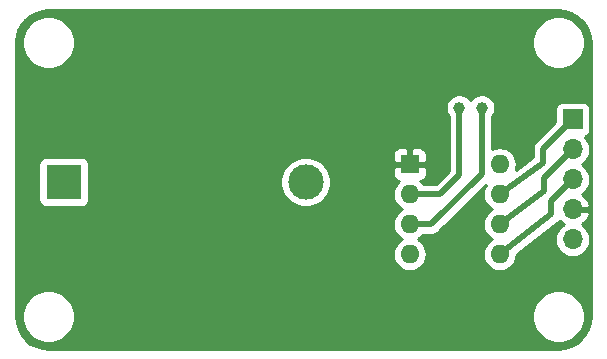
<source format=gbr>
G04 #@! TF.GenerationSoftware,KiCad,Pcbnew,(5.1.2)-2*
G04 #@! TF.CreationDate,2019-09-23T01:23:54-05:00*
G04 #@! TF.ProjectId,rtc,7274632e-6b69-4636-9164-5f7063625858,rev?*
G04 #@! TF.SameCoordinates,Original*
G04 #@! TF.FileFunction,Copper,L1,Top*
G04 #@! TF.FilePolarity,Positive*
%FSLAX46Y46*%
G04 Gerber Fmt 4.6, Leading zero omitted, Abs format (unit mm)*
G04 Created by KiCad (PCBNEW (5.1.2)-2) date 2019-09-23 01:23:54*
%MOMM*%
%LPD*%
G04 APERTURE LIST*
%ADD10R,1.600000X1.600000*%
%ADD11O,1.600000X1.600000*%
%ADD12R,1.700000X1.700000*%
%ADD13O,1.700000X1.700000*%
%ADD14C,1.000000*%
%ADD15R,3.000000X3.000000*%
%ADD16C,3.000000*%
%ADD17C,0.508000*%
%ADD18C,0.254000*%
G04 APERTURE END LIST*
D10*
X60000000Y-44700000D03*
D11*
X67620000Y-52320000D03*
X60000000Y-47240000D03*
X67620000Y-49780000D03*
X60000000Y-49780000D03*
X67620000Y-47240000D03*
X60000000Y-52320000D03*
X67620000Y-44700000D03*
D12*
X73800000Y-40900000D03*
D13*
X73800000Y-43440000D03*
X73800000Y-45980000D03*
X73800000Y-48520000D03*
X73800000Y-51060000D03*
D14*
X64200000Y-39900000D03*
X66100000Y-39900000D03*
D15*
X30700000Y-46200000D03*
D16*
X51190000Y-46200000D03*
D17*
X71300000Y-43400000D02*
X73800000Y-40900000D01*
X67620000Y-47240000D02*
X71300000Y-44560000D01*
X71300000Y-44560000D02*
X71300000Y-43400000D01*
X72950001Y-44289999D02*
X73800000Y-43440000D01*
X71400000Y-45840000D02*
X72950001Y-44289999D01*
X67620000Y-49780000D02*
X71400000Y-47000000D01*
X71400000Y-47000000D02*
X71400000Y-45840000D01*
X72950001Y-46829999D02*
X73800000Y-45980000D01*
X72000000Y-47780000D02*
X72950001Y-46829999D01*
X67620000Y-52320000D02*
X72000000Y-48940000D01*
X72000000Y-48940000D02*
X72000000Y-47780000D01*
X62560000Y-47240000D02*
X60000000Y-47240000D01*
X64200000Y-39900000D02*
X64200000Y-45600000D01*
X64200000Y-45600000D02*
X62560000Y-47240000D01*
X61820000Y-49780000D02*
X60000000Y-49780000D01*
X66100000Y-39900000D02*
X66100000Y-45500000D01*
X66100000Y-45500000D02*
X61820000Y-49780000D01*
D18*
G36*
X73131586Y-31715287D02*
G01*
X73642927Y-31869670D01*
X74114540Y-32120431D01*
X74528467Y-32458022D01*
X74868940Y-32869583D01*
X75122987Y-33339433D01*
X75280937Y-33849688D01*
X75340001Y-34411647D01*
X75340000Y-57567722D01*
X75284713Y-58131586D01*
X75130330Y-58642927D01*
X74879569Y-59114540D01*
X74541976Y-59528470D01*
X74130418Y-59868940D01*
X73660567Y-60122987D01*
X73150314Y-60280937D01*
X72588362Y-60340000D01*
X29432278Y-60340000D01*
X28868414Y-60284713D01*
X28357073Y-60130330D01*
X27885460Y-59879569D01*
X27471530Y-59541976D01*
X27131060Y-59130418D01*
X26877013Y-58660567D01*
X26719063Y-58150314D01*
X26660000Y-57588362D01*
X26660000Y-57379872D01*
X27165000Y-57379872D01*
X27165000Y-57820128D01*
X27250890Y-58251925D01*
X27419369Y-58658669D01*
X27663962Y-59024729D01*
X27975271Y-59336038D01*
X28341331Y-59580631D01*
X28748075Y-59749110D01*
X29179872Y-59835000D01*
X29620128Y-59835000D01*
X30051925Y-59749110D01*
X30458669Y-59580631D01*
X30824729Y-59336038D01*
X31136038Y-59024729D01*
X31380631Y-58658669D01*
X31549110Y-58251925D01*
X31635000Y-57820128D01*
X31635000Y-57379872D01*
X70365000Y-57379872D01*
X70365000Y-57820128D01*
X70450890Y-58251925D01*
X70619369Y-58658669D01*
X70863962Y-59024729D01*
X71175271Y-59336038D01*
X71541331Y-59580631D01*
X71948075Y-59749110D01*
X72379872Y-59835000D01*
X72820128Y-59835000D01*
X73251925Y-59749110D01*
X73658669Y-59580631D01*
X74024729Y-59336038D01*
X74336038Y-59024729D01*
X74580631Y-58658669D01*
X74749110Y-58251925D01*
X74835000Y-57820128D01*
X74835000Y-57379872D01*
X74749110Y-56948075D01*
X74580631Y-56541331D01*
X74336038Y-56175271D01*
X74024729Y-55863962D01*
X73658669Y-55619369D01*
X73251925Y-55450890D01*
X72820128Y-55365000D01*
X72379872Y-55365000D01*
X71948075Y-55450890D01*
X71541331Y-55619369D01*
X71175271Y-55863962D01*
X70863962Y-56175271D01*
X70619369Y-56541331D01*
X70450890Y-56948075D01*
X70365000Y-57379872D01*
X31635000Y-57379872D01*
X31549110Y-56948075D01*
X31380631Y-56541331D01*
X31136038Y-56175271D01*
X30824729Y-55863962D01*
X30458669Y-55619369D01*
X30051925Y-55450890D01*
X29620128Y-55365000D01*
X29179872Y-55365000D01*
X28748075Y-55450890D01*
X28341331Y-55619369D01*
X27975271Y-55863962D01*
X27663962Y-56175271D01*
X27419369Y-56541331D01*
X27250890Y-56948075D01*
X27165000Y-57379872D01*
X26660000Y-57379872D01*
X26660000Y-44700000D01*
X28561928Y-44700000D01*
X28561928Y-47700000D01*
X28574188Y-47824482D01*
X28610498Y-47944180D01*
X28669463Y-48054494D01*
X28748815Y-48151185D01*
X28845506Y-48230537D01*
X28955820Y-48289502D01*
X29075518Y-48325812D01*
X29200000Y-48338072D01*
X32200000Y-48338072D01*
X32324482Y-48325812D01*
X32444180Y-48289502D01*
X32554494Y-48230537D01*
X32651185Y-48151185D01*
X32730537Y-48054494D01*
X32789502Y-47944180D01*
X32825812Y-47824482D01*
X32838072Y-47700000D01*
X32838072Y-45989721D01*
X49055000Y-45989721D01*
X49055000Y-46410279D01*
X49137047Y-46822756D01*
X49297988Y-47211302D01*
X49531637Y-47560983D01*
X49829017Y-47858363D01*
X50178698Y-48092012D01*
X50567244Y-48252953D01*
X50979721Y-48335000D01*
X51400279Y-48335000D01*
X51812756Y-48252953D01*
X52201302Y-48092012D01*
X52550983Y-47858363D01*
X52848363Y-47560983D01*
X53062836Y-47240000D01*
X58558057Y-47240000D01*
X58585764Y-47521309D01*
X58667818Y-47791808D01*
X58801068Y-48041101D01*
X58980392Y-48259608D01*
X59198899Y-48438932D01*
X59331858Y-48510000D01*
X59198899Y-48581068D01*
X58980392Y-48760392D01*
X58801068Y-48978899D01*
X58667818Y-49228192D01*
X58585764Y-49498691D01*
X58558057Y-49780000D01*
X58585764Y-50061309D01*
X58667818Y-50331808D01*
X58801068Y-50581101D01*
X58980392Y-50799608D01*
X59198899Y-50978932D01*
X59331858Y-51050000D01*
X59198899Y-51121068D01*
X58980392Y-51300392D01*
X58801068Y-51518899D01*
X58667818Y-51768192D01*
X58585764Y-52038691D01*
X58558057Y-52320000D01*
X58585764Y-52601309D01*
X58667818Y-52871808D01*
X58801068Y-53121101D01*
X58980392Y-53339608D01*
X59198899Y-53518932D01*
X59448192Y-53652182D01*
X59718691Y-53734236D01*
X59929508Y-53755000D01*
X60070492Y-53755000D01*
X60281309Y-53734236D01*
X60551808Y-53652182D01*
X60801101Y-53518932D01*
X61019608Y-53339608D01*
X61198932Y-53121101D01*
X61332182Y-52871808D01*
X61414236Y-52601309D01*
X61441943Y-52320000D01*
X61414236Y-52038691D01*
X61332182Y-51768192D01*
X61198932Y-51518899D01*
X61019608Y-51300392D01*
X60801101Y-51121068D01*
X60668142Y-51050000D01*
X60801101Y-50978932D01*
X61019608Y-50799608D01*
X61126795Y-50669000D01*
X61776340Y-50669000D01*
X61820000Y-50673300D01*
X61863660Y-50669000D01*
X61863667Y-50669000D01*
X61994274Y-50656136D01*
X62161851Y-50605303D01*
X62316291Y-50522753D01*
X62451659Y-50411659D01*
X62479499Y-50377736D01*
X66433567Y-46423669D01*
X66421068Y-46438899D01*
X66287818Y-46688192D01*
X66205764Y-46958691D01*
X66178057Y-47240000D01*
X66205764Y-47521309D01*
X66287818Y-47791808D01*
X66421068Y-48041101D01*
X66600392Y-48259608D01*
X66818899Y-48438932D01*
X66951858Y-48510000D01*
X66818899Y-48581068D01*
X66600392Y-48760392D01*
X66421068Y-48978899D01*
X66287818Y-49228192D01*
X66205764Y-49498691D01*
X66178057Y-49780000D01*
X66205764Y-50061309D01*
X66287818Y-50331808D01*
X66421068Y-50581101D01*
X66600392Y-50799608D01*
X66818899Y-50978932D01*
X66951858Y-51050000D01*
X66818899Y-51121068D01*
X66600392Y-51300392D01*
X66421068Y-51518899D01*
X66287818Y-51768192D01*
X66205764Y-52038691D01*
X66178057Y-52320000D01*
X66205764Y-52601309D01*
X66287818Y-52871808D01*
X66421068Y-53121101D01*
X66600392Y-53339608D01*
X66818899Y-53518932D01*
X67068192Y-53652182D01*
X67338691Y-53734236D01*
X67549508Y-53755000D01*
X67690492Y-53755000D01*
X67901309Y-53734236D01*
X68171808Y-53652182D01*
X68421101Y-53518932D01*
X68639608Y-53339608D01*
X68818932Y-53121101D01*
X68952182Y-52871808D01*
X69034236Y-52601309D01*
X69060857Y-52331031D01*
X72484445Y-49689084D01*
X72496290Y-49682753D01*
X72553638Y-49635689D01*
X72577689Y-49617129D01*
X72587418Y-49607967D01*
X72631659Y-49571659D01*
X72651019Y-49548069D01*
X72673229Y-49527152D01*
X72689994Y-49503621D01*
X72702412Y-49520269D01*
X72918645Y-49715178D01*
X73035523Y-49784799D01*
X72970986Y-49819294D01*
X72744866Y-50004866D01*
X72559294Y-50230986D01*
X72421401Y-50488966D01*
X72336487Y-50768889D01*
X72307815Y-51060000D01*
X72336487Y-51351111D01*
X72421401Y-51631034D01*
X72559294Y-51889014D01*
X72744866Y-52115134D01*
X72970986Y-52300706D01*
X73228966Y-52438599D01*
X73508889Y-52523513D01*
X73727050Y-52545000D01*
X73872950Y-52545000D01*
X74091111Y-52523513D01*
X74371034Y-52438599D01*
X74629014Y-52300706D01*
X74855134Y-52115134D01*
X75040706Y-51889014D01*
X75178599Y-51631034D01*
X75263513Y-51351111D01*
X75292185Y-51060000D01*
X75263513Y-50768889D01*
X75178599Y-50488966D01*
X75040706Y-50230986D01*
X74855134Y-50004866D01*
X74629014Y-49819294D01*
X74564477Y-49784799D01*
X74681355Y-49715178D01*
X74897588Y-49520269D01*
X75071641Y-49286920D01*
X75196825Y-49024099D01*
X75241476Y-48876890D01*
X75120155Y-48647000D01*
X73927000Y-48647000D01*
X73927000Y-48667000D01*
X73673000Y-48667000D01*
X73673000Y-48647000D01*
X73653000Y-48647000D01*
X73653000Y-48393000D01*
X73673000Y-48393000D01*
X73673000Y-48373000D01*
X73927000Y-48373000D01*
X73927000Y-48393000D01*
X75120155Y-48393000D01*
X75241476Y-48163110D01*
X75196825Y-48015901D01*
X75071641Y-47753080D01*
X74897588Y-47519731D01*
X74681355Y-47324822D01*
X74564477Y-47255201D01*
X74629014Y-47220706D01*
X74855134Y-47035134D01*
X75040706Y-46809014D01*
X75178599Y-46551034D01*
X75263513Y-46271111D01*
X75292185Y-45980000D01*
X75263513Y-45688889D01*
X75178599Y-45408966D01*
X75040706Y-45150986D01*
X74855134Y-44924866D01*
X74629014Y-44739294D01*
X74574209Y-44710000D01*
X74629014Y-44680706D01*
X74855134Y-44495134D01*
X75040706Y-44269014D01*
X75178599Y-44011034D01*
X75263513Y-43731111D01*
X75292185Y-43440000D01*
X75263513Y-43148889D01*
X75178599Y-42868966D01*
X75040706Y-42610986D01*
X74855134Y-42384866D01*
X74825313Y-42360393D01*
X74894180Y-42339502D01*
X75004494Y-42280537D01*
X75101185Y-42201185D01*
X75180537Y-42104494D01*
X75239502Y-41994180D01*
X75275812Y-41874482D01*
X75288072Y-41750000D01*
X75288072Y-40050000D01*
X75275812Y-39925518D01*
X75239502Y-39805820D01*
X75180537Y-39695506D01*
X75101185Y-39598815D01*
X75004494Y-39519463D01*
X74894180Y-39460498D01*
X74774482Y-39424188D01*
X74650000Y-39411928D01*
X72950000Y-39411928D01*
X72825518Y-39424188D01*
X72705820Y-39460498D01*
X72595506Y-39519463D01*
X72498815Y-39598815D01*
X72419463Y-39695506D01*
X72360498Y-39805820D01*
X72324188Y-39925518D01*
X72311928Y-40050000D01*
X72311928Y-41130836D01*
X70702259Y-42740506D01*
X70668342Y-42768341D01*
X70640507Y-42802258D01*
X70640505Y-42802260D01*
X70557248Y-42903709D01*
X70474698Y-43058148D01*
X70423864Y-43225726D01*
X70406700Y-43400000D01*
X70411001Y-43443669D01*
X70411000Y-44107660D01*
X68984011Y-45146882D01*
X69034236Y-44981309D01*
X69061943Y-44700000D01*
X69034236Y-44418691D01*
X68952182Y-44148192D01*
X68818932Y-43898899D01*
X68639608Y-43680392D01*
X68421101Y-43501068D01*
X68171808Y-43367818D01*
X67901309Y-43285764D01*
X67690492Y-43265000D01*
X67549508Y-43265000D01*
X67338691Y-43285764D01*
X67068192Y-43367818D01*
X66989000Y-43410147D01*
X66989000Y-40612463D01*
X67105824Y-40437624D01*
X67191383Y-40231067D01*
X67235000Y-40011788D01*
X67235000Y-39788212D01*
X67191383Y-39568933D01*
X67105824Y-39362376D01*
X66981612Y-39176480D01*
X66823520Y-39018388D01*
X66637624Y-38894176D01*
X66431067Y-38808617D01*
X66211788Y-38765000D01*
X65988212Y-38765000D01*
X65768933Y-38808617D01*
X65562376Y-38894176D01*
X65376480Y-39018388D01*
X65218388Y-39176480D01*
X65150000Y-39278830D01*
X65081612Y-39176480D01*
X64923520Y-39018388D01*
X64737624Y-38894176D01*
X64531067Y-38808617D01*
X64311788Y-38765000D01*
X64088212Y-38765000D01*
X63868933Y-38808617D01*
X63662376Y-38894176D01*
X63476480Y-39018388D01*
X63318388Y-39176480D01*
X63194176Y-39362376D01*
X63108617Y-39568933D01*
X63065000Y-39788212D01*
X63065000Y-40011788D01*
X63108617Y-40231067D01*
X63194176Y-40437624D01*
X63311000Y-40612463D01*
X63311001Y-45231764D01*
X62191765Y-46351000D01*
X61126795Y-46351000D01*
X61019608Y-46220392D01*
X60906518Y-46127581D01*
X60924482Y-46125812D01*
X61044180Y-46089502D01*
X61154494Y-46030537D01*
X61251185Y-45951185D01*
X61330537Y-45854494D01*
X61389502Y-45744180D01*
X61425812Y-45624482D01*
X61438072Y-45500000D01*
X61435000Y-44985750D01*
X61276250Y-44827000D01*
X60127000Y-44827000D01*
X60127000Y-44847000D01*
X59873000Y-44847000D01*
X59873000Y-44827000D01*
X58723750Y-44827000D01*
X58565000Y-44985750D01*
X58561928Y-45500000D01*
X58574188Y-45624482D01*
X58610498Y-45744180D01*
X58669463Y-45854494D01*
X58748815Y-45951185D01*
X58845506Y-46030537D01*
X58955820Y-46089502D01*
X59075518Y-46125812D01*
X59093482Y-46127581D01*
X58980392Y-46220392D01*
X58801068Y-46438899D01*
X58667818Y-46688192D01*
X58585764Y-46958691D01*
X58558057Y-47240000D01*
X53062836Y-47240000D01*
X53082012Y-47211302D01*
X53242953Y-46822756D01*
X53325000Y-46410279D01*
X53325000Y-45989721D01*
X53242953Y-45577244D01*
X53082012Y-45188698D01*
X52848363Y-44839017D01*
X52550983Y-44541637D01*
X52201302Y-44307988D01*
X51812756Y-44147047D01*
X51400279Y-44065000D01*
X50979721Y-44065000D01*
X50567244Y-44147047D01*
X50178698Y-44307988D01*
X49829017Y-44541637D01*
X49531637Y-44839017D01*
X49297988Y-45188698D01*
X49137047Y-45577244D01*
X49055000Y-45989721D01*
X32838072Y-45989721D01*
X32838072Y-44700000D01*
X32825812Y-44575518D01*
X32789502Y-44455820D01*
X32730537Y-44345506D01*
X32651185Y-44248815D01*
X32554494Y-44169463D01*
X32444180Y-44110498D01*
X32324482Y-44074188D01*
X32200000Y-44061928D01*
X29200000Y-44061928D01*
X29075518Y-44074188D01*
X28955820Y-44110498D01*
X28845506Y-44169463D01*
X28748815Y-44248815D01*
X28669463Y-44345506D01*
X28610498Y-44455820D01*
X28574188Y-44575518D01*
X28561928Y-44700000D01*
X26660000Y-44700000D01*
X26660000Y-43900000D01*
X58561928Y-43900000D01*
X58565000Y-44414250D01*
X58723750Y-44573000D01*
X59873000Y-44573000D01*
X59873000Y-43423750D01*
X60127000Y-43423750D01*
X60127000Y-44573000D01*
X61276250Y-44573000D01*
X61435000Y-44414250D01*
X61438072Y-43900000D01*
X61425812Y-43775518D01*
X61389502Y-43655820D01*
X61330537Y-43545506D01*
X61251185Y-43448815D01*
X61154494Y-43369463D01*
X61044180Y-43310498D01*
X60924482Y-43274188D01*
X60800000Y-43261928D01*
X60285750Y-43265000D01*
X60127000Y-43423750D01*
X59873000Y-43423750D01*
X59714250Y-43265000D01*
X59200000Y-43261928D01*
X59075518Y-43274188D01*
X58955820Y-43310498D01*
X58845506Y-43369463D01*
X58748815Y-43448815D01*
X58669463Y-43545506D01*
X58610498Y-43655820D01*
X58574188Y-43775518D01*
X58561928Y-43900000D01*
X26660000Y-43900000D01*
X26660000Y-34432278D01*
X26684748Y-34179872D01*
X27165000Y-34179872D01*
X27165000Y-34620128D01*
X27250890Y-35051925D01*
X27419369Y-35458669D01*
X27663962Y-35824729D01*
X27975271Y-36136038D01*
X28341331Y-36380631D01*
X28748075Y-36549110D01*
X29179872Y-36635000D01*
X29620128Y-36635000D01*
X30051925Y-36549110D01*
X30458669Y-36380631D01*
X30824729Y-36136038D01*
X31136038Y-35824729D01*
X31380631Y-35458669D01*
X31549110Y-35051925D01*
X31635000Y-34620128D01*
X31635000Y-34179872D01*
X70365000Y-34179872D01*
X70365000Y-34620128D01*
X70450890Y-35051925D01*
X70619369Y-35458669D01*
X70863962Y-35824729D01*
X71175271Y-36136038D01*
X71541331Y-36380631D01*
X71948075Y-36549110D01*
X72379872Y-36635000D01*
X72820128Y-36635000D01*
X73251925Y-36549110D01*
X73658669Y-36380631D01*
X74024729Y-36136038D01*
X74336038Y-35824729D01*
X74580631Y-35458669D01*
X74749110Y-35051925D01*
X74835000Y-34620128D01*
X74835000Y-34179872D01*
X74749110Y-33748075D01*
X74580631Y-33341331D01*
X74336038Y-32975271D01*
X74024729Y-32663962D01*
X73658669Y-32419369D01*
X73251925Y-32250890D01*
X72820128Y-32165000D01*
X72379872Y-32165000D01*
X71948075Y-32250890D01*
X71541331Y-32419369D01*
X71175271Y-32663962D01*
X70863962Y-32975271D01*
X70619369Y-33341331D01*
X70450890Y-33748075D01*
X70365000Y-34179872D01*
X31635000Y-34179872D01*
X31549110Y-33748075D01*
X31380631Y-33341331D01*
X31136038Y-32975271D01*
X30824729Y-32663962D01*
X30458669Y-32419369D01*
X30051925Y-32250890D01*
X29620128Y-32165000D01*
X29179872Y-32165000D01*
X28748075Y-32250890D01*
X28341331Y-32419369D01*
X27975271Y-32663962D01*
X27663962Y-32975271D01*
X27419369Y-33341331D01*
X27250890Y-33748075D01*
X27165000Y-34179872D01*
X26684748Y-34179872D01*
X26715287Y-33868414D01*
X26869670Y-33357073D01*
X27120431Y-32885460D01*
X27458022Y-32471533D01*
X27869583Y-32131060D01*
X28339433Y-31877013D01*
X28849688Y-31719063D01*
X29411638Y-31660000D01*
X72567722Y-31660000D01*
X73131586Y-31715287D01*
X73131586Y-31715287D01*
G37*
X73131586Y-31715287D02*
X73642927Y-31869670D01*
X74114540Y-32120431D01*
X74528467Y-32458022D01*
X74868940Y-32869583D01*
X75122987Y-33339433D01*
X75280937Y-33849688D01*
X75340001Y-34411647D01*
X75340000Y-57567722D01*
X75284713Y-58131586D01*
X75130330Y-58642927D01*
X74879569Y-59114540D01*
X74541976Y-59528470D01*
X74130418Y-59868940D01*
X73660567Y-60122987D01*
X73150314Y-60280937D01*
X72588362Y-60340000D01*
X29432278Y-60340000D01*
X28868414Y-60284713D01*
X28357073Y-60130330D01*
X27885460Y-59879569D01*
X27471530Y-59541976D01*
X27131060Y-59130418D01*
X26877013Y-58660567D01*
X26719063Y-58150314D01*
X26660000Y-57588362D01*
X26660000Y-57379872D01*
X27165000Y-57379872D01*
X27165000Y-57820128D01*
X27250890Y-58251925D01*
X27419369Y-58658669D01*
X27663962Y-59024729D01*
X27975271Y-59336038D01*
X28341331Y-59580631D01*
X28748075Y-59749110D01*
X29179872Y-59835000D01*
X29620128Y-59835000D01*
X30051925Y-59749110D01*
X30458669Y-59580631D01*
X30824729Y-59336038D01*
X31136038Y-59024729D01*
X31380631Y-58658669D01*
X31549110Y-58251925D01*
X31635000Y-57820128D01*
X31635000Y-57379872D01*
X70365000Y-57379872D01*
X70365000Y-57820128D01*
X70450890Y-58251925D01*
X70619369Y-58658669D01*
X70863962Y-59024729D01*
X71175271Y-59336038D01*
X71541331Y-59580631D01*
X71948075Y-59749110D01*
X72379872Y-59835000D01*
X72820128Y-59835000D01*
X73251925Y-59749110D01*
X73658669Y-59580631D01*
X74024729Y-59336038D01*
X74336038Y-59024729D01*
X74580631Y-58658669D01*
X74749110Y-58251925D01*
X74835000Y-57820128D01*
X74835000Y-57379872D01*
X74749110Y-56948075D01*
X74580631Y-56541331D01*
X74336038Y-56175271D01*
X74024729Y-55863962D01*
X73658669Y-55619369D01*
X73251925Y-55450890D01*
X72820128Y-55365000D01*
X72379872Y-55365000D01*
X71948075Y-55450890D01*
X71541331Y-55619369D01*
X71175271Y-55863962D01*
X70863962Y-56175271D01*
X70619369Y-56541331D01*
X70450890Y-56948075D01*
X70365000Y-57379872D01*
X31635000Y-57379872D01*
X31549110Y-56948075D01*
X31380631Y-56541331D01*
X31136038Y-56175271D01*
X30824729Y-55863962D01*
X30458669Y-55619369D01*
X30051925Y-55450890D01*
X29620128Y-55365000D01*
X29179872Y-55365000D01*
X28748075Y-55450890D01*
X28341331Y-55619369D01*
X27975271Y-55863962D01*
X27663962Y-56175271D01*
X27419369Y-56541331D01*
X27250890Y-56948075D01*
X27165000Y-57379872D01*
X26660000Y-57379872D01*
X26660000Y-44700000D01*
X28561928Y-44700000D01*
X28561928Y-47700000D01*
X28574188Y-47824482D01*
X28610498Y-47944180D01*
X28669463Y-48054494D01*
X28748815Y-48151185D01*
X28845506Y-48230537D01*
X28955820Y-48289502D01*
X29075518Y-48325812D01*
X29200000Y-48338072D01*
X32200000Y-48338072D01*
X32324482Y-48325812D01*
X32444180Y-48289502D01*
X32554494Y-48230537D01*
X32651185Y-48151185D01*
X32730537Y-48054494D01*
X32789502Y-47944180D01*
X32825812Y-47824482D01*
X32838072Y-47700000D01*
X32838072Y-45989721D01*
X49055000Y-45989721D01*
X49055000Y-46410279D01*
X49137047Y-46822756D01*
X49297988Y-47211302D01*
X49531637Y-47560983D01*
X49829017Y-47858363D01*
X50178698Y-48092012D01*
X50567244Y-48252953D01*
X50979721Y-48335000D01*
X51400279Y-48335000D01*
X51812756Y-48252953D01*
X52201302Y-48092012D01*
X52550983Y-47858363D01*
X52848363Y-47560983D01*
X53062836Y-47240000D01*
X58558057Y-47240000D01*
X58585764Y-47521309D01*
X58667818Y-47791808D01*
X58801068Y-48041101D01*
X58980392Y-48259608D01*
X59198899Y-48438932D01*
X59331858Y-48510000D01*
X59198899Y-48581068D01*
X58980392Y-48760392D01*
X58801068Y-48978899D01*
X58667818Y-49228192D01*
X58585764Y-49498691D01*
X58558057Y-49780000D01*
X58585764Y-50061309D01*
X58667818Y-50331808D01*
X58801068Y-50581101D01*
X58980392Y-50799608D01*
X59198899Y-50978932D01*
X59331858Y-51050000D01*
X59198899Y-51121068D01*
X58980392Y-51300392D01*
X58801068Y-51518899D01*
X58667818Y-51768192D01*
X58585764Y-52038691D01*
X58558057Y-52320000D01*
X58585764Y-52601309D01*
X58667818Y-52871808D01*
X58801068Y-53121101D01*
X58980392Y-53339608D01*
X59198899Y-53518932D01*
X59448192Y-53652182D01*
X59718691Y-53734236D01*
X59929508Y-53755000D01*
X60070492Y-53755000D01*
X60281309Y-53734236D01*
X60551808Y-53652182D01*
X60801101Y-53518932D01*
X61019608Y-53339608D01*
X61198932Y-53121101D01*
X61332182Y-52871808D01*
X61414236Y-52601309D01*
X61441943Y-52320000D01*
X61414236Y-52038691D01*
X61332182Y-51768192D01*
X61198932Y-51518899D01*
X61019608Y-51300392D01*
X60801101Y-51121068D01*
X60668142Y-51050000D01*
X60801101Y-50978932D01*
X61019608Y-50799608D01*
X61126795Y-50669000D01*
X61776340Y-50669000D01*
X61820000Y-50673300D01*
X61863660Y-50669000D01*
X61863667Y-50669000D01*
X61994274Y-50656136D01*
X62161851Y-50605303D01*
X62316291Y-50522753D01*
X62451659Y-50411659D01*
X62479499Y-50377736D01*
X66433567Y-46423669D01*
X66421068Y-46438899D01*
X66287818Y-46688192D01*
X66205764Y-46958691D01*
X66178057Y-47240000D01*
X66205764Y-47521309D01*
X66287818Y-47791808D01*
X66421068Y-48041101D01*
X66600392Y-48259608D01*
X66818899Y-48438932D01*
X66951858Y-48510000D01*
X66818899Y-48581068D01*
X66600392Y-48760392D01*
X66421068Y-48978899D01*
X66287818Y-49228192D01*
X66205764Y-49498691D01*
X66178057Y-49780000D01*
X66205764Y-50061309D01*
X66287818Y-50331808D01*
X66421068Y-50581101D01*
X66600392Y-50799608D01*
X66818899Y-50978932D01*
X66951858Y-51050000D01*
X66818899Y-51121068D01*
X66600392Y-51300392D01*
X66421068Y-51518899D01*
X66287818Y-51768192D01*
X66205764Y-52038691D01*
X66178057Y-52320000D01*
X66205764Y-52601309D01*
X66287818Y-52871808D01*
X66421068Y-53121101D01*
X66600392Y-53339608D01*
X66818899Y-53518932D01*
X67068192Y-53652182D01*
X67338691Y-53734236D01*
X67549508Y-53755000D01*
X67690492Y-53755000D01*
X67901309Y-53734236D01*
X68171808Y-53652182D01*
X68421101Y-53518932D01*
X68639608Y-53339608D01*
X68818932Y-53121101D01*
X68952182Y-52871808D01*
X69034236Y-52601309D01*
X69060857Y-52331031D01*
X72484445Y-49689084D01*
X72496290Y-49682753D01*
X72553638Y-49635689D01*
X72577689Y-49617129D01*
X72587418Y-49607967D01*
X72631659Y-49571659D01*
X72651019Y-49548069D01*
X72673229Y-49527152D01*
X72689994Y-49503621D01*
X72702412Y-49520269D01*
X72918645Y-49715178D01*
X73035523Y-49784799D01*
X72970986Y-49819294D01*
X72744866Y-50004866D01*
X72559294Y-50230986D01*
X72421401Y-50488966D01*
X72336487Y-50768889D01*
X72307815Y-51060000D01*
X72336487Y-51351111D01*
X72421401Y-51631034D01*
X72559294Y-51889014D01*
X72744866Y-52115134D01*
X72970986Y-52300706D01*
X73228966Y-52438599D01*
X73508889Y-52523513D01*
X73727050Y-52545000D01*
X73872950Y-52545000D01*
X74091111Y-52523513D01*
X74371034Y-52438599D01*
X74629014Y-52300706D01*
X74855134Y-52115134D01*
X75040706Y-51889014D01*
X75178599Y-51631034D01*
X75263513Y-51351111D01*
X75292185Y-51060000D01*
X75263513Y-50768889D01*
X75178599Y-50488966D01*
X75040706Y-50230986D01*
X74855134Y-50004866D01*
X74629014Y-49819294D01*
X74564477Y-49784799D01*
X74681355Y-49715178D01*
X74897588Y-49520269D01*
X75071641Y-49286920D01*
X75196825Y-49024099D01*
X75241476Y-48876890D01*
X75120155Y-48647000D01*
X73927000Y-48647000D01*
X73927000Y-48667000D01*
X73673000Y-48667000D01*
X73673000Y-48647000D01*
X73653000Y-48647000D01*
X73653000Y-48393000D01*
X73673000Y-48393000D01*
X73673000Y-48373000D01*
X73927000Y-48373000D01*
X73927000Y-48393000D01*
X75120155Y-48393000D01*
X75241476Y-48163110D01*
X75196825Y-48015901D01*
X75071641Y-47753080D01*
X74897588Y-47519731D01*
X74681355Y-47324822D01*
X74564477Y-47255201D01*
X74629014Y-47220706D01*
X74855134Y-47035134D01*
X75040706Y-46809014D01*
X75178599Y-46551034D01*
X75263513Y-46271111D01*
X75292185Y-45980000D01*
X75263513Y-45688889D01*
X75178599Y-45408966D01*
X75040706Y-45150986D01*
X74855134Y-44924866D01*
X74629014Y-44739294D01*
X74574209Y-44710000D01*
X74629014Y-44680706D01*
X74855134Y-44495134D01*
X75040706Y-44269014D01*
X75178599Y-44011034D01*
X75263513Y-43731111D01*
X75292185Y-43440000D01*
X75263513Y-43148889D01*
X75178599Y-42868966D01*
X75040706Y-42610986D01*
X74855134Y-42384866D01*
X74825313Y-42360393D01*
X74894180Y-42339502D01*
X75004494Y-42280537D01*
X75101185Y-42201185D01*
X75180537Y-42104494D01*
X75239502Y-41994180D01*
X75275812Y-41874482D01*
X75288072Y-41750000D01*
X75288072Y-40050000D01*
X75275812Y-39925518D01*
X75239502Y-39805820D01*
X75180537Y-39695506D01*
X75101185Y-39598815D01*
X75004494Y-39519463D01*
X74894180Y-39460498D01*
X74774482Y-39424188D01*
X74650000Y-39411928D01*
X72950000Y-39411928D01*
X72825518Y-39424188D01*
X72705820Y-39460498D01*
X72595506Y-39519463D01*
X72498815Y-39598815D01*
X72419463Y-39695506D01*
X72360498Y-39805820D01*
X72324188Y-39925518D01*
X72311928Y-40050000D01*
X72311928Y-41130836D01*
X70702259Y-42740506D01*
X70668342Y-42768341D01*
X70640507Y-42802258D01*
X70640505Y-42802260D01*
X70557248Y-42903709D01*
X70474698Y-43058148D01*
X70423864Y-43225726D01*
X70406700Y-43400000D01*
X70411001Y-43443669D01*
X70411000Y-44107660D01*
X68984011Y-45146882D01*
X69034236Y-44981309D01*
X69061943Y-44700000D01*
X69034236Y-44418691D01*
X68952182Y-44148192D01*
X68818932Y-43898899D01*
X68639608Y-43680392D01*
X68421101Y-43501068D01*
X68171808Y-43367818D01*
X67901309Y-43285764D01*
X67690492Y-43265000D01*
X67549508Y-43265000D01*
X67338691Y-43285764D01*
X67068192Y-43367818D01*
X66989000Y-43410147D01*
X66989000Y-40612463D01*
X67105824Y-40437624D01*
X67191383Y-40231067D01*
X67235000Y-40011788D01*
X67235000Y-39788212D01*
X67191383Y-39568933D01*
X67105824Y-39362376D01*
X66981612Y-39176480D01*
X66823520Y-39018388D01*
X66637624Y-38894176D01*
X66431067Y-38808617D01*
X66211788Y-38765000D01*
X65988212Y-38765000D01*
X65768933Y-38808617D01*
X65562376Y-38894176D01*
X65376480Y-39018388D01*
X65218388Y-39176480D01*
X65150000Y-39278830D01*
X65081612Y-39176480D01*
X64923520Y-39018388D01*
X64737624Y-38894176D01*
X64531067Y-38808617D01*
X64311788Y-38765000D01*
X64088212Y-38765000D01*
X63868933Y-38808617D01*
X63662376Y-38894176D01*
X63476480Y-39018388D01*
X63318388Y-39176480D01*
X63194176Y-39362376D01*
X63108617Y-39568933D01*
X63065000Y-39788212D01*
X63065000Y-40011788D01*
X63108617Y-40231067D01*
X63194176Y-40437624D01*
X63311000Y-40612463D01*
X63311001Y-45231764D01*
X62191765Y-46351000D01*
X61126795Y-46351000D01*
X61019608Y-46220392D01*
X60906518Y-46127581D01*
X60924482Y-46125812D01*
X61044180Y-46089502D01*
X61154494Y-46030537D01*
X61251185Y-45951185D01*
X61330537Y-45854494D01*
X61389502Y-45744180D01*
X61425812Y-45624482D01*
X61438072Y-45500000D01*
X61435000Y-44985750D01*
X61276250Y-44827000D01*
X60127000Y-44827000D01*
X60127000Y-44847000D01*
X59873000Y-44847000D01*
X59873000Y-44827000D01*
X58723750Y-44827000D01*
X58565000Y-44985750D01*
X58561928Y-45500000D01*
X58574188Y-45624482D01*
X58610498Y-45744180D01*
X58669463Y-45854494D01*
X58748815Y-45951185D01*
X58845506Y-46030537D01*
X58955820Y-46089502D01*
X59075518Y-46125812D01*
X59093482Y-46127581D01*
X58980392Y-46220392D01*
X58801068Y-46438899D01*
X58667818Y-46688192D01*
X58585764Y-46958691D01*
X58558057Y-47240000D01*
X53062836Y-47240000D01*
X53082012Y-47211302D01*
X53242953Y-46822756D01*
X53325000Y-46410279D01*
X53325000Y-45989721D01*
X53242953Y-45577244D01*
X53082012Y-45188698D01*
X52848363Y-44839017D01*
X52550983Y-44541637D01*
X52201302Y-44307988D01*
X51812756Y-44147047D01*
X51400279Y-44065000D01*
X50979721Y-44065000D01*
X50567244Y-44147047D01*
X50178698Y-44307988D01*
X49829017Y-44541637D01*
X49531637Y-44839017D01*
X49297988Y-45188698D01*
X49137047Y-45577244D01*
X49055000Y-45989721D01*
X32838072Y-45989721D01*
X32838072Y-44700000D01*
X32825812Y-44575518D01*
X32789502Y-44455820D01*
X32730537Y-44345506D01*
X32651185Y-44248815D01*
X32554494Y-44169463D01*
X32444180Y-44110498D01*
X32324482Y-44074188D01*
X32200000Y-44061928D01*
X29200000Y-44061928D01*
X29075518Y-44074188D01*
X28955820Y-44110498D01*
X28845506Y-44169463D01*
X28748815Y-44248815D01*
X28669463Y-44345506D01*
X28610498Y-44455820D01*
X28574188Y-44575518D01*
X28561928Y-44700000D01*
X26660000Y-44700000D01*
X26660000Y-43900000D01*
X58561928Y-43900000D01*
X58565000Y-44414250D01*
X58723750Y-44573000D01*
X59873000Y-44573000D01*
X59873000Y-43423750D01*
X60127000Y-43423750D01*
X60127000Y-44573000D01*
X61276250Y-44573000D01*
X61435000Y-44414250D01*
X61438072Y-43900000D01*
X61425812Y-43775518D01*
X61389502Y-43655820D01*
X61330537Y-43545506D01*
X61251185Y-43448815D01*
X61154494Y-43369463D01*
X61044180Y-43310498D01*
X60924482Y-43274188D01*
X60800000Y-43261928D01*
X60285750Y-43265000D01*
X60127000Y-43423750D01*
X59873000Y-43423750D01*
X59714250Y-43265000D01*
X59200000Y-43261928D01*
X59075518Y-43274188D01*
X58955820Y-43310498D01*
X58845506Y-43369463D01*
X58748815Y-43448815D01*
X58669463Y-43545506D01*
X58610498Y-43655820D01*
X58574188Y-43775518D01*
X58561928Y-43900000D01*
X26660000Y-43900000D01*
X26660000Y-34432278D01*
X26684748Y-34179872D01*
X27165000Y-34179872D01*
X27165000Y-34620128D01*
X27250890Y-35051925D01*
X27419369Y-35458669D01*
X27663962Y-35824729D01*
X27975271Y-36136038D01*
X28341331Y-36380631D01*
X28748075Y-36549110D01*
X29179872Y-36635000D01*
X29620128Y-36635000D01*
X30051925Y-36549110D01*
X30458669Y-36380631D01*
X30824729Y-36136038D01*
X31136038Y-35824729D01*
X31380631Y-35458669D01*
X31549110Y-35051925D01*
X31635000Y-34620128D01*
X31635000Y-34179872D01*
X70365000Y-34179872D01*
X70365000Y-34620128D01*
X70450890Y-35051925D01*
X70619369Y-35458669D01*
X70863962Y-35824729D01*
X71175271Y-36136038D01*
X71541331Y-36380631D01*
X71948075Y-36549110D01*
X72379872Y-36635000D01*
X72820128Y-36635000D01*
X73251925Y-36549110D01*
X73658669Y-36380631D01*
X74024729Y-36136038D01*
X74336038Y-35824729D01*
X74580631Y-35458669D01*
X74749110Y-35051925D01*
X74835000Y-34620128D01*
X74835000Y-34179872D01*
X74749110Y-33748075D01*
X74580631Y-33341331D01*
X74336038Y-32975271D01*
X74024729Y-32663962D01*
X73658669Y-32419369D01*
X73251925Y-32250890D01*
X72820128Y-32165000D01*
X72379872Y-32165000D01*
X71948075Y-32250890D01*
X71541331Y-32419369D01*
X71175271Y-32663962D01*
X70863962Y-32975271D01*
X70619369Y-33341331D01*
X70450890Y-33748075D01*
X70365000Y-34179872D01*
X31635000Y-34179872D01*
X31549110Y-33748075D01*
X31380631Y-33341331D01*
X31136038Y-32975271D01*
X30824729Y-32663962D01*
X30458669Y-32419369D01*
X30051925Y-32250890D01*
X29620128Y-32165000D01*
X29179872Y-32165000D01*
X28748075Y-32250890D01*
X28341331Y-32419369D01*
X27975271Y-32663962D01*
X27663962Y-32975271D01*
X27419369Y-33341331D01*
X27250890Y-33748075D01*
X27165000Y-34179872D01*
X26684748Y-34179872D01*
X26715287Y-33868414D01*
X26869670Y-33357073D01*
X27120431Y-32885460D01*
X27458022Y-32471533D01*
X27869583Y-32131060D01*
X28339433Y-31877013D01*
X28849688Y-31719063D01*
X29411638Y-31660000D01*
X72567722Y-31660000D01*
X73131586Y-31715287D01*
M02*

</source>
